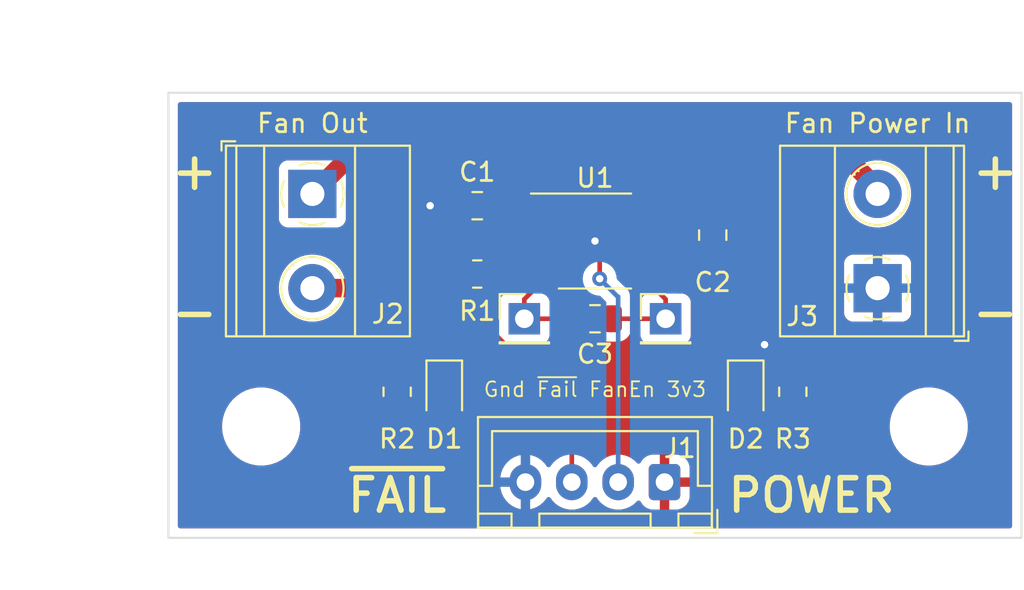
<source format=kicad_pcb>
(kicad_pcb (version 20211014) (generator pcbnew)
  (layers (0 "F.Cu" signal) (31 "B.Cu" signal) (34 "B.Paste" user) (35 "F.Paste" user) (36 "B.SilkS" user "B.Silkscreen") (37 "F.SilkS" user "F.Silkscreen") (38 "B.Mask" user) (39 "F.Mask" user) (44 "Edge.Cuts" user))
  (net 0 "")
  (net 1 "GND")
  (net 2 "FanGround")
  (net 3 "~{FAIL} Out")
  (net 4 "Net-(C3-Pad1)")
  (net 5 "Net-(C3-Pad2)")
  (net 6 "+3V3")
  (net 7 "Net-(D1-Pad2)")
  (net 8 "FanEn")
  (net 9 "/Vfan")
  (net 10 "Net-(D2-Pad2)")
  (footprint "TerminalBlock_Phoenix:TerminalBlock_Phoenix_MKDS-1,5-2-5.08_1x02_P5.08mm_Horizontal" (layer "F.Cu") (at 115.24 102.54 90)
    (fp_text reference "J3" (at -1.524 -4.064 180) (layer "F.SilkS"))
    (fp_text value "PowerIn")
    (fp_line (start -2.6 4.66) (end 7.68 4.66) (layer "F.SilkS") (width 0.12))
    (fp_line (start -2.84 4.16) (end -2.84 4.9) (layer "F.SilkS") (width 0.12))
    (fp_line (start -2.6 4.1) (end 7.68 4.1) (layer "F.SilkS") (width 0.12))
    (fp_line (start 4.046 1.239) (end 4.011 1.274) (layer "F.SilkS") (width 0.12))
    (fp_line (start -2.6 -5.261) (end 7.68 -5.261) (layer "F.SilkS") (width 0.12))
    (fp_line (start 7.68 -5.261) (end 7.68 4.66) (layer "F.SilkS") (width 0.12))
    (fp_line (start -2.6 -5.261) (end -2.6 4.66) (layer "F.SilkS") (width 0.12))
    (fp_line (start 3.853 1.023) (end 3.806 1.069) (layer "F.SilkS") (width 0.12))
    (fp_line (start 6.15 -1.275) (end 6.115 -1.239) (layer "F.SilkS") (width 0.12))
    (fp_line (start 6.355 -1.069) (end 6.308 -1.023) (layer "F.SilkS") (width 0.12))
    (fp_line (start -2.6 2.6) (end 7.68 2.6) (layer "F.SilkS") (width 0.12))
    (fp_line (start -2.84 4.9) (end -2.34 4.9) (layer "F.SilkS") (width 0.12))
    (fp_line (start -2.6 -2.301) (end 7.68 -2.301) (layer "F.SilkS") (width 0.12))
    (fp_arc (start -1.535427 0.683042) (mid -1.680501 -0.000524) (end -1.535 -0.684) (layer "F.SilkS") (width 0.12))
    (fp_arc (start -0.683042 -1.535427) (mid 0.000524 -1.680501) (end 0.684 -1.535) (layer "F.SilkS") (width 0.12))
    (fp_arc (start 0.028805 1.680253) (mid -0.335551 1.646659) (end -0.684 1.535) (layer "F.SilkS") (width 0.12))
    (fp_arc (start 0.683318 1.534756) (mid 0.349292 1.643288) (end 0 1.68) (layer "F.SilkS") (width 0.12))
    (fp_arc (start 1.535427 -0.683042) (mid 1.680501 0.000524) (end 1.535 0.684) (layer "F.SilkS") (width 0.12))
    (fp_circle (center 5.08 0) (end 6.76 0) (layer "F.SilkS") (width 0.12) (fill none))
    (pad "1" thru_hole rect (at 0 0 90) (size 2.6 2.6) (drill 1.3) (layers *.Cu *.Mask) (net 1 "GND"))
    (pad "2" thru_hole circle (at 5.08 0 90) (size 2.6 2.6) (drill 1.3) (layers *.Cu *.Mask) (net 9 "/Vfan"))
  )
  (footprint "Capacitor_SMD:C_0805_2012Metric" (layer "F.Cu") (at 106.35 99.68 90)
    (fp_text reference "C2" (at -2.54 0 180) (layer "F.SilkS"))
    (fp_text value "1 uF")
    (fp_line (start -0.261252 0.735) (end 0.261252 0.735) (layer "F.SilkS") (width 0.12))
    (fp_line (start -0.261252 -0.735) (end 0.261252 -0.735) (layer "F.SilkS") (width 0.12))
    (pad "1" smd roundrect (at -0.95 0 90) (size 1 1.45) (layers "F.Cu" "F.Paste" "F.Mask") (net 6 "+3V3"))
    (pad "2" smd roundrect (at 0.95 0 90) (size 1 1.45) (layers "F.Cu" "F.Paste" "F.Mask") (net 1 "GND"))
  )
  (footprint "Capacitor_SMD:C_0805_2012Metric" (layer "F.Cu") (at 100 104.191)
    (fp_text reference "C3" (at 0 1.905) (layer "F.SilkS"))
    (fp_text value "0.1 uF")
    (fp_line (start -0.261252 -0.735) (end 0.261252 -0.735) (layer "F.SilkS") (width 0.12))
    (fp_line (start -0.261252 0.735) (end 0.261252 0.735) (layer "F.SilkS") (width 0.12))
    (pad "1" smd roundrect (at -0.95 0) (size 1 1.45) (layers "F.Cu" "F.Paste" "F.Mask") (net 4 "Net-(C3-Pad1)"))
    (pad "2" smd roundrect (at 0.95 0) (size 1 1.45) (layers "F.Cu" "F.Paste" "F.Mask") (net 5 "Net-(C3-Pad2)"))
  )
  (footprint "Package_SO:SO-8_3.9x4.9mm_P1.27mm" (layer "F.Cu") (at 100 100)
    (fp_text reference "U1" (at 0 -3.4) (layer "F.SilkS"))
    (fp_text value "MAX6684")
    (fp_line (start 0 2.56) (end -1.95 2.56) (layer "F.SilkS") (width 0.12))
    (fp_line (start 0 -2.56) (end -3.45 -2.56) (layer "F.SilkS") (width 0.12))
    (fp_line (start 0 -2.56) (end 1.95 -2.56) (layer "F.SilkS") (width 0.12))
    (fp_line (start 0 2.56) (end 1.95 2.56) (layer "F.SilkS") (width 0.12))
    (pad "1" smd roundrect (at -2.575 -1.905) (size 1.75 0.6) (layers "F.Cu" "F.Paste" "F.Mask") (net 2 "FanGround"))
    (pad "2" smd roundrect (at -2.575 -0.635) (size 1.75 0.6) (layers "F.Cu" "F.Paste" "F.Mask") (net 3 "~{FAIL} Out"))
    (pad "3" smd roundrect (at -2.575 0.635) (size 1.75 0.6) (layers "F.Cu" "F.Paste" "F.Mask") (net 1 "GND"))
    (pad "4" smd roundrect (at -2.575 1.905) (size 1.75 0.6) (layers "F.Cu" "F.Paste" "F.Mask") (net 4 "Net-(C3-Pad1)"))
    (pad "5" smd roundrect (at 2.575 1.905) (size 1.75 0.6) (layers "F.Cu" "F.Paste" "F.Mask") (net 5 "Net-(C3-Pad2)"))
    (pad "6" smd roundrect (at 2.575 0.635) (size 1.75 0.6) (layers "F.Cu" "F.Paste" "F.Mask") (net 6 "+3V3"))
    (pad "7" smd roundrect (at 2.575 -0.635) (size 1.75 0.6) (layers "F.Cu" "F.Paste" "F.Mask") (net 8 "FanEn"))
    (pad "8" smd roundrect (at 2.575 -1.905) (size 1.75 0.6) (layers "F.Cu" "F.Paste" "F.Mask") (net 1 "GND"))
  )
  (footprint "LED_SMD:LED_0805_2012Metric" (layer "F.Cu") (at 108.128 108.128 -90)
    (fp_text reference "D2" (at 2.54 0 180) (layer "F.SilkS"))
    (fp_text value "Power LED")
    (fp_line (start -1.685 0.96) (end 1 0.96) (layer "F.SilkS") (width 0.12))
    (fp_line (start -1.685 -0.96) (end -1.685 0.96) (layer "F.SilkS") (width 0.12))
    (fp_line (start 1 -0.96) (end -1.685 -0.96) (layer "F.SilkS") (width 0.12))
    (pad "1" smd roundrect (at -0.9375 0 270) (size 0.975 1.4) (layers "F.Cu" "F.Paste" "F.Mask") (net 1 "GND"))
    (pad "2" smd roundrect (at 0.9375 0 270) (size 0.975 1.4) (layers "F.Cu" "F.Paste" "F.Mask") (net 10 "Net-(D2-Pad2)"))
  )
  (footprint "LED_SMD:LED_0805_2012Metric" (layer "F.Cu") (at 91.872 108.128 -90)
    (fp_text reference "D1" (at 2.54 0 180) (layer "F.SilkS"))
    (fp_text value "~{FAIL} LED")
    (fp_line (start 1 -0.96) (end -1.685 -0.96) (layer "F.SilkS") (width 0.12))
    (fp_line (start -1.685 -0.96) (end -1.685 0.96) (layer "F.SilkS") (width 0.12))
    (fp_line (start -1.685 0.96) (end 1 0.96) (layer "F.SilkS") (width 0.12))
    (pad "1" smd roundrect (at -0.9375 0 270) (size 0.975 1.4) (layers "F.Cu" "F.Paste" "F.Mask") (net 3 "~{FAIL} Out"))
    (pad "2" smd roundrect (at 0.9375 0 270) (size 0.975 1.4) (layers "F.Cu" "F.Paste" "F.Mask") (net 7 "Net-(D1-Pad2)"))
  )
  (footprint "TerminalBlock_Phoenix:TerminalBlock_Phoenix_MKDS-1,5-2-5.08_1x02_P5.08mm_Horizontal" (layer "F.Cu") (at 84.76 97.46 -90)
    (fp_text reference "J2" (at 6.477 -4.064) (layer "F.SilkS"))
    (fp_text value "Fan")
    (fp_line (start 6.355 -1.069) (end 6.308 -1.023) (layer "F.SilkS") (width 0.12))
    (fp_line (start -2.6 -2.301) (end 7.68 -2.301) (layer "F.SilkS") (width 0.12))
    (fp_line (start -2.6 4.66) (end 7.68 4.66) (layer "F.SilkS") (width 0.12))
    (fp_line (start -2.6 -5.261) (end -2.6 4.66) (layer "F.SilkS") (width 0.12))
    (fp_line (start -2.84 4.9) (end -2.34 4.9) (layer "F.SilkS") (width 0.12))
    (fp_line (start -2.6 -5.261) (end 7.68 -5.261) (layer "F.SilkS") (width 0.12))
    (fp_line (start -2.6 4.1) (end 7.68 4.1) (layer "F.SilkS") (width 0.12))
    (fp_line (start -2.84 4.16) (end -2.84 4.9) (layer "F.SilkS") (width 0.12))
    (fp_line (start 6.15 -1.275) (end 6.115 -1.239) (layer "F.SilkS") (width 0.12))
    (fp_line (start -2.6 2.6) (end 7.68 2.6) (layer "F.SilkS") (width 0.12))
    (fp_line (start 7.68 -5.261) (end 7.68 4.66) (layer "F.SilkS") (width 0.12))
    (fp_line (start 3.853 1.023) (end 3.806 1.069) (layer "F.SilkS") (width 0.12))
    (fp_line (start 4.046 1.239) (end 4.011 1.274) (layer "F.SilkS") (width 0.12))
    (fp_arc (start 0.683318 1.534756) (mid 0.349292 1.643288) (end 0 1.68) (layer "F.SilkS") (width 0.12))
    (fp_arc (start -0.683042 -1.535427) (mid 0.000524 -1.680501) (end 0.684 -1.535) (layer "F.SilkS") (width 0.12))
    (fp_arc (start 0.028805 1.680253) (mid -0.335551 1.646659) (end -0.684 1.535) (layer "F.SilkS") (width 0.12))
    (fp_arc (start 1.535427 -0.683042) (mid 1.680501 0.000524) (end 1.535 0.684) (layer "F.SilkS") (width 0.12))
    (fp_arc (start -1.535427 0.683042) (mid -1.680501 -0.000524) (end -1.535 -0.684) (layer "F.SilkS") (width 0.12))
    (fp_circle (center 5.08 0) (end 6.76 0) (layer "F.SilkS") (width 0.12) (fill none))
    (pad "1" thru_hole rect (at 0 0 270) (size 2.6 2.6) (drill 1.3) (layers *.Cu *.Mask) (net 9 "/Vfan"))
    (pad "2" thru_hole circle (at 5.08 0 270) (size 2.6 2.6) (drill 1.3) (layers *.Cu *.Mask) (net 2 "FanGround"))
  )
  (footprint "Connector_PinHeader_2.54mm:PinHeader_1x01_P2.54mm_Vertical" (layer "F.Cu") (at 103.81 104.191)
    (fp_text reference "J5" hide)
    (fp_text value "FC+")
    (fp_line (start -1.33 0) (end -1.33 -1.33) (layer "F.SilkS") (width 0.12))
    (fp_line (start -1.33 1.27) (end 1.33 1.27) (layer "F.SilkS") (width 0.12))
    (fp_line (start -1.33 1.33) (end 1.33 1.33) (layer "F.SilkS") (width 0.12))
    (fp_line (start -1.33 -1.33) (end 0 -1.33) (layer "F.SilkS") (width 0.12))
    (fp_line (start -1.33 1.27) (end -1.33 1.33) (layer "F.SilkS") (width 0.12))
    (fp_line (start 1.33 1.27) (end 1.33 1.33) (layer "F.SilkS") (width 0.12))
    (pad "1" thru_hole rect (at 0 0) (size 1.7 1.7) (drill 1) (layers *.Cu *.Mask) (net 5 "Net-(C3-Pad2)"))
  )
  (footprint "Connector_JST:JST_XH_B4B-XH-A_1x04_P2.50mm_Vertical" (layer "F.Cu") (at 103.75 113 180)
    (fp_text reference "J1" (at -0.822 1.824) (layer "F.SilkS"))
    (fp_text value "Conn_01x04")
    (fp_line (start -1.8 2.75) (end 3.75 2.75) (layer "F.SilkS") (width 0.12))
    (fp_line (start -2.56 -2.46) (end -2.56 3.51) (layer "F.SilkS") (width 0.12))
    (fp_line (start -2.85 -2.75) (end -2.85 -1.5) (layer "F.SilkS") (width 0.12))
    (fp_line (start 6.75 -1.7) (end 6.75 -2.45) (layer "F.SilkS") (width 0.12))
    (fp_line (start 10.05 -1.7) (end 10.05 -2.45) (layer "F.SilkS") (width 0.12))
    (fp_line (start 9.3 -0.2) (end 9.3 2.75) (layer "F.SilkS") (width 0.12))
    (fp_line (start -0.75 -2.45) (end -2.55 -2.45) (layer "F.SilkS") (width 0.12))
    (fp_line (start 8.25 -1.7) (end 10.05 -1.7) (layer "F.SilkS") (width 0.12))
    (fp_line (start 10.05 -2.45) (end 8.25 -2.45) (layer "F.SilkS") (width 0.12))
    (fp_line (start 8.25 -2.45) (end 8.25 -1.7) (layer "F.SilkS") (width 0.12))
    (fp_line (start -2.55 -1.7) (end -0.75 -1.7) (layer "F.SilkS") (width 0.12))
    (fp_line (start 0.75 -1.7) (end 6.75 -1.7) (layer "F.SilkS") (width 0.12))
    (fp_line (start 10.06 3.51) (end 10.06 -2.46) (layer "F.SilkS") (width 0.12))
    (fp_line (start -1.8 -0.2) (end -1.8 2.75) (layer "F.SilkS") (width 0.12))
    (fp_line (start 10.05 -0.2) (end 9.3 -0.2) (layer "F.SilkS") (width 0.12))
    (fp_line (start 9.3 2.75) (end 3.75 2.75) (layer "F.SilkS") (width 0.12))
    (fp_line (start -2.56 3.51) (end 10.06 3.51) (layer "F.SilkS") (width 0.12))
    (fp_line (start -1.6 -2.75) (end -2.85 -2.75) (layer "F.SilkS") (width 0.12))
    (fp_line (start 6.75 -2.45) (end 0.75 -2.45) (layer "F.SilkS") (width 0.12))
    (fp_line (start 10.06 -2.46) (end -2.56 -2.46) (layer "F.SilkS") (width 0.12))
    (fp_line (start -2.55 -0.2) (end -1.8 -0.2) (layer "F.SilkS") (width 0.12))
    (fp_line (start 0.75 -2.45) (end 0.75 -1.7) (layer "F.SilkS") (width 0.12))
    (fp_line (start -0.75 -1.7) (end -0.75 -2.45) (layer "F.SilkS") (width 0.12))
    (fp_line (start -2.55 -2.45) (end -2.55 -1.7) (layer "F.SilkS") (width 0.12))
    (pad "1" thru_hole roundrect (at 0 0 180) (size 1.7 1.95) (drill 0.95) (layers *.Cu *.Mask) (roundrect_rratio 0.1470588235) (net 6 "+3V3"))
    (pad "2" thru_hole oval (at 2.5 0 180) (size 1.7 1.95) (drill 0.95) (layers *.Cu *.Mask) (net 8 "FanEn"))
    (pad "3" thru_hole oval (at 5 0 180) (size 1.7 1.95) (drill 0.95) (layers *.Cu *.Mask) (net 3 "~{FAIL} Out"))
    (pad "4" thru_hole oval (at 7.5 0 180) (size 1.7 1.95) (drill 0.95) (layers *.Cu *.Mask) (net 1 "GND"))
  )
  (footprint "Resistor_SMD:R_0805_2012Metric" (layer "F.Cu") (at 89.332 108.128 -90)
    (fp_text reference "R2" (at 2.54 0 180) (layer "F.SilkS"))
    (fp_text value "1K")
    (fp_line (start -0.227064 0.735) (end 0.227064 0.735) (layer "F.SilkS") (width 0.12))
    (fp_line (start -0.227064 -0.735) (end 0.227064 -0.735) (layer "F.SilkS") (width 0.12))
    (pad "1" smd roundrect (at -0.9125 0 270) (size 1.025 1.4) (layers "F.Cu" "F.Paste" "F.Mask") (roundrect_rratio 0.243902439) (net 6 "+3V3"))
    (pad "2" smd roundrect (at 0.9125 0 270) (size 1.025 1.4) (layers "F.Cu" "F.Paste" "F.Mask") (roundrect_rratio 0.243902439) (net 7 "Net-(D1-Pad2)"))
  )
  (footprint "MountingHole:MountingHole_3.2mm_M3" (layer "F.Cu") (at 118 110)
    (fp_text reference "H2" hide)
    (fp_text value "MountingHole")
    (pad "" np_thru_hole circle (at 0 0) (size 3.2 3.2) (drill 3.2) (layers *.Cu *.Mask))
  )
  (footprint "Resistor_SMD:R_0805_2012Metric" (layer "F.Cu") (at 110.668 108.128 -90)
    (fp_text reference "R3" (at 2.54 0 180) (layer "F.SilkS"))
    (fp_text value "1K")
    (fp_line (start -0.227064 -0.735) (end 0.227064 -0.735) (layer "F.SilkS") (width 0.12))
    (fp_line (start -0.227064 0.735) (end 0.227064 0.735) (layer "F.SilkS") (width 0.12))
    (pad "1" smd roundrect (at -0.9125 0 270) (size 1.025 1.4) (layers "F.Cu" "F.Paste" "F.Mask") (roundrect_rratio 0.243902439) (net 6 "+3V3"))
    (pad "2" smd roundrect (at 0.9125 0 270) (size 1.025 1.4) (layers "F.Cu" "F.Paste" "F.Mask") (roundrect_rratio 0.243902439) (net 10 "Net-(D2-Pad2)"))
  )
  (footprint "Capacitor_SMD:C_0805_2012Metric" (layer "F.Cu") (at 93.65 98.095)
    (fp_text reference "C1" (at 0 -1.817) (layer "F.SilkS"))
    (fp_text value "0.1 uF")
    (fp_line (start -0.261252 0.735) (end 0.261252 0.735) (layer "F.SilkS") (width 0.12))
    (fp_line (start -0.261252 -0.735) (end 0.261252 -0.735) (layer "F.SilkS") (width 0.12))
    (pad "1" smd roundrect (at -0.95 0) (size 1 1.45) (layers "F.Cu" "F.Paste" "F.Mask") (net 1 "GND"))
    (pad "2" smd roundrect (at 0.95 0) (size 1 1.45) (layers "F.Cu" "F.Paste" "F.Mask") (net 2 "FanGround"))
  )
  (footprint "Connector_PinHeader_2.54mm:PinHeader_1x01_P2.54mm_Vertical" (layer "F.Cu") (at 96.19 104.191)
    (fp_text reference "J4" hide)
    (fp_text value "FC-")
    (fp_line (start -1.33 1.27) (end 1.33 1.27) (layer "F.SilkS") (width 0.12))
    (fp_line (start -1.33 0) (end -1.33 -1.33) (layer "F.SilkS") (width 0.12))
    (fp_line (start -1.33 1.27) (end -1.33 1.33) (layer "F.SilkS") (width 0.12))
    (fp_line (start -1.33 1.33) (end 1.33 1.33) (layer "F.SilkS") (width 0.12))
    (fp_line (start -1.33 -1.33) (end 0 -1.33) (layer "F.SilkS") (width 0.12))
    (fp_line (start 1.33 1.27) (end 1.33 1.33) (layer "F.SilkS") (width 0.12))
    (pad "1" thru_hole rect (at 0 0) (size 1.7 1.7) (drill 1) (layers *.Cu *.Mask) (net 4 "Net-(C3-Pad1)"))
  )
  (footprint "Resistor_SMD:R_0805_2012Metric" (layer "F.Cu") (at 93.65 101.778 180)
    (fp_text reference "R1" (at 0 -2) (layer "F.SilkS"))
    (fp_text value "10K")
    (fp_line (start -0.227064 0.735) (end 0.227064 0.735) (layer "F.SilkS") (width 0.12))
    (fp_line (start -0.227064 -0.735) (end 0.227064 -0.735) (layer "F.SilkS") (width 0.12))
    (pad "1" smd roundrect (at -0.9125 0 180) (size 1.025 1.4) (layers "F.Cu" "F.Paste" "F.Mask") (roundrect_rratio 0.243902439) (net 3 "~{FAIL} Out"))
    (pad "2" smd roundrect (at 0.9125 0 180) (size 1.025 1.4) (layers "F.Cu" "F.Paste" "F.Mask") (roundrect_rratio 0.243902439) (net 6 "+3V3"))
  )
  (footprint "MountingHole:MountingHole_3.2mm_M3" (layer "F.Cu") (at 82 110)
    (fp_text reference "H1" hide)
    (fp_text value "MountingHole")
    (pad "" np_thru_hole circle (at 0 0) (size 3.2 3.2) (drill 3.2) (layers *.Cu *.Mask))
  )
  (gr_rect (start 77 92) (end 123 116) (layer "Edge.Cuts") (width 0.1) (fill none))
  (gr_text "Fan Power In" (at 115.24 93.65) (layer "F.SilkS") (effects (font (size 1 1))))
  (gr_text "POWER\n" (at 111.684 113.716) (layer "F.SilkS") (effects (font (size 1.75 1.75) (thickness 0.3))))
  (gr_text "Fan Out" (at 84.76 93.65) (layer "F.SilkS") (effects (font (size 1 1))))
  (gr_text "+" (at 78.41 96.19) (layer "F.SilkS") (effects (font (size 2 2) (thickness 0.3))))
  (gr_text "-" (at 78.41 103.81) (layer "F.SilkS") (effects (font (size 2 2) (thickness 0.3))))
  (gr_text "Gnd ~{Fail} FanEn 3v3" (at 100 108) (layer "F.SilkS") (effects (font (size 0.8 0.8) (thickness 0.1))))
  (gr_text "~{FAIL}\n" (at 89.332 113.716) (layer "F.SilkS") (effects (font (size 1.75 1.75) (thickness 0.3))))
  (gr_text "-" (at 121.59 103.81) (layer "F.SilkS") (effects (font (size 2 2) (thickness 0.3))))
  (gr_text "+" (at 121.59 96.19) (layer "F.SilkS") (effects (font (size 2 2) (thickness 0.3))))
  (segment (start 108.128 107.1905) (end 108.128 106.604) (width 0.25) (layer "F.Cu") (net 1))
  (segment (start 92.7 98.095) (end 91.11 98.095) (width 0.25) (layer "F.Cu") (net 1))
  (segment (start 102.575 98.095) (end 105.715 98.095) (width 0.25) (layer "F.Cu") (net 1))
  (segment (start 102.575 98.095) (end 101.905 98.095) (width 0.25) (layer "F.Cu") (net 1))
  (segment (start 101.905 98.095) (end 100 100) (width 0.25) (layer "F.Cu") (net 1))
  (segment (start 105.715 98.095) (end 106.35 98.73) (width 0.25) (layer "F.Cu") (net 1))
  (segment (start 97.425 100.635) (end 99.365 100.635) (width 0.25) (layer "F.Cu") (net 1))
  (segment (start 99.365 100.635) (end 100 100) (width 0.25) (layer "F.Cu") (net 1))
  (segment (start 108.128 106.604) (end 109.144 105.588) (width 0.25) (layer "F.Cu") (net 1))
  (via (at 100 100) (size 0.8) (drill 0.4) (layers "F.Cu" "B.Cu") (net 1))
  (via (at 91.11 98.095) (size 0.8) (drill 0.4) (layers "F.Cu" "B.Cu") (net 1))
  (via (at 109.144 105.588) (size 0.8) (drill 0.4) (layers "F.Cu" "B.Cu") (net 1))
  (segment (start 94.6 98.796) (end 94.6 98.222) (width 1) (layer "F.Cu") (net 2))
  (segment (start 93.523 99.873) (end 94.6 98.796) (width 1) (layer "F.Cu") (net 2))
  (segment (start 94.6 98.095) (end 97.425 98.095) (width 1) (layer "F.Cu") (net 2))
  (segment (start 86.665 102.54) (end 89.332 99.873) (width 1) (layer "F.Cu") (net 2))
  (segment (start 89.332 99.873) (end 93.523 99.873) (width 1) (layer "F.Cu") (net 2))
  (segment (start 84.76 102.54) (end 86.665 102.54) (width 1) (layer "F.Cu") (net 2))
  (segment (start 97.425 99.365) (end 95.936 99.365) (width 0.25) (layer "F.Cu") (net 3))
  (segment (start 92.3485 107.1905) (end 94.5625 104.9765) (width 0.25) (layer "F.Cu") (net 3))
  (segment (start 94.5625 101.778) (end 94.5625 104.9765) (width 0.25) (layer "F.Cu") (net 3))
  (segment (start 98.75 109.164) (end 94.5625 104.9765) (width 0.25) (layer "F.Cu") (net 3))
  (segment (start 95.936 99.365) (end 94.5625 100.7385) (width 0.25) (layer "F.Cu") (net 3))
  (segment (start 91.872 107.1905) (end 92.3485 107.1905) (width 0.25) (layer "F.Cu") (net 3))
  (segment (start 94.5625 100.7385) (end 94.5625 101.778) (width 0.25) (layer "F.Cu") (net 3))
  (segment (start 98.75 113) (end 98.75 109.164) (width 0.25) (layer "F.Cu") (net 3))
  (segment (start 99.05 104.191) (end 96.19 104.191) (width 0.25) (layer "F.Cu") (net 4))
  (segment (start 96.19 103.14) (end 96.19 104.191) (width 0.25) (layer "F.Cu") (net 4))
  (segment (start 97.425 101.905) (end 96.19 103.14) (width 0.25) (layer "F.Cu") (net 4))
  (segment (start 103.81 103.14) (end 103.81 104.191) (width 0.25) (layer "F.Cu") (net 5))
  (segment (start 102.575 101.905) (end 103.81 103.14) (width 0.25) (layer "F.Cu") (net 5))
  (segment (start 100.95 104.191) (end 103.81 104.191) (width 0.25) (layer "F.Cu") (net 5))
  (segment (start 89.357 109.0655) (end 89.332 109.0405) (width 0.25) (layer "F.Cu") (net 7))
  (segment (start 91.872 109.0655) (end 89.357 109.0655) (width 0.25) (layer "F.Cu") (net 7))
  (segment (start 101.651 99.365) (end 101.524 99.492) (width 0.25) (layer "F.Cu") (net 8))
  (segment (start 102.575 99.365) (end 101.651 99.365) (width 0.25) (layer "F.Cu") (net 8))
  (segment (start 101.524 99.492) (end 101.524 99.500614) (width 0.25) (layer "F.Cu") (net 8))
  (segment (start 100.254 100.770614) (end 100.254 102.032) (width 0.25) (layer "F.Cu") (net 8))
  (segment (start 101.524 99.500614) (end 100.254 100.770614) (width 0.25) (layer "F.Cu") (net 8))
  (via (at 100.254 102.032) (size 0.8) (drill 0.4) (layers "F.Cu" "B.Cu") (net 8))
  (segment (start 101.25 103) (end 101.25 113) (width 0.25) (layer "B.Cu") (net 8))
  (segment (start 100.254 102.032) (end 101.25 103.028) (width 0.25) (layer "B.Cu") (net 8))
  (segment (start 84.76 97.46) (end 87.3 94.92) (width 1) (layer "F.Cu") (net 9))
  (segment (start 87.3 94.92) (end 113.005 94.92) (width 1) (layer "F.Cu") (net 9))
  (segment (start 113.005 94.92) (end 115.545 97.46) (width 1) (layer "F.Cu") (net 9))
  (segment (start 108.128 109.0655) (end 110.643 109.0655) (width 0.25) (layer "F.Cu") (net 10))
  (segment (start 110.643 109.0655) (end 110.668 109.0405) (width 0.25) (layer "F.Cu") (net 10))
  (zone (net 6) (net_name "+3V3") (layer "F.Cu") (connect_pads (clearance 0.508)) (min_thickness 0.254) (fill yes (thermal_gap 0.508) (thermal_bridge_width 0.508))
    (polygon (pts (xy 122.86 115.97) (xy 77.14 115.97) (xy 77.14 92.38) (xy 122.86 92.38)))
  )
  (zone (net 1) (net_name "GND") (layer "B.Cu") (connect_pads (clearance 0.508)) (min_thickness 0.254) (fill yes (thermal_gap 0.508) (thermal_bridge_width 0.508))
    (polygon (pts (xy 122.86 115.97) (xy 77.14 115.97) (xy 77.14 92.38) (xy 122.86 92.38)))
  )
)
</source>
